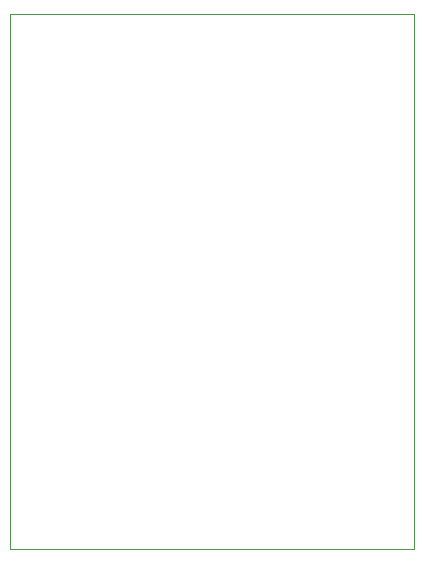
<source format=gbr>
%TF.GenerationSoftware,KiCad,Pcbnew,(5.1.10-1-10_14)*%
%TF.CreationDate,2021-06-16T23:36:24-07:00*%
%TF.ProjectId,XDS-QuadAES-Studiohub,5844532d-5175-4616-9441-45532d537475,rev?*%
%TF.SameCoordinates,Original*%
%TF.FileFunction,Profile,NP*%
%FSLAX46Y46*%
G04 Gerber Fmt 4.6, Leading zero omitted, Abs format (unit mm)*
G04 Created by KiCad (PCBNEW (5.1.10-1-10_14)) date 2021-06-16 23:36:24*
%MOMM*%
%LPD*%
G01*
G04 APERTURE LIST*
%TA.AperFunction,Profile*%
%ADD10C,0.050000*%
%TD*%
G04 APERTURE END LIST*
D10*
X-91948000Y-108204000D02*
X-91948000Y-68072000D01*
X-57785000Y-68072000D02*
X-91948000Y-68072000D01*
X-57785000Y-108331000D02*
X-57785000Y-68072000D01*
X-57785000Y-113411000D02*
X-58801000Y-113411000D01*
X-57785000Y-108331000D02*
X-57785000Y-113411000D01*
X-91948000Y-113411000D02*
X-58801000Y-113411000D01*
X-91948000Y-108204000D02*
X-91948000Y-113411000D01*
M02*

</source>
